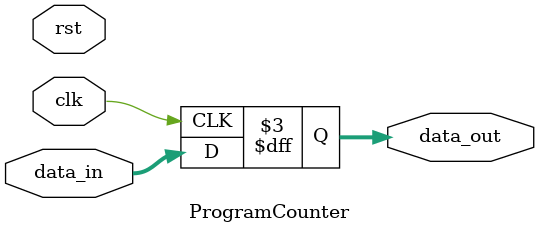
<source format=v>
module ProgramCounter(
    clk, rst, data_in,
    data_out
);
    input clk, rst;
    input [31:0] data_in;
    output [31:0] data_out;
    reg [31:0] data_out = 32'b0;

    always @(posedge clk) begin
        data_out <= data_in;
    end
    
endmodule
</source>
